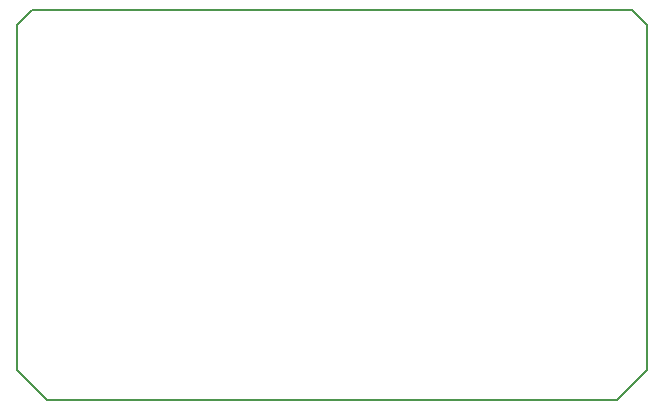
<source format=gbp>
G75*
%MOIN*%
%OFA0B0*%
%FSLAX25Y25*%
%IPPOS*%
%LPD*%
%AMOC8*
5,1,8,0,0,1.08239X$1,22.5*
%
%ADD10C,0.00500*%
D10*
X0036595Y0011256D02*
X0036595Y0126256D01*
X0041595Y0131256D01*
X0241595Y0131256D01*
X0246595Y0126256D01*
X0246595Y0011256D01*
X0236595Y0001256D01*
X0046595Y0001256D01*
X0036595Y0011256D01*
M02*

</source>
